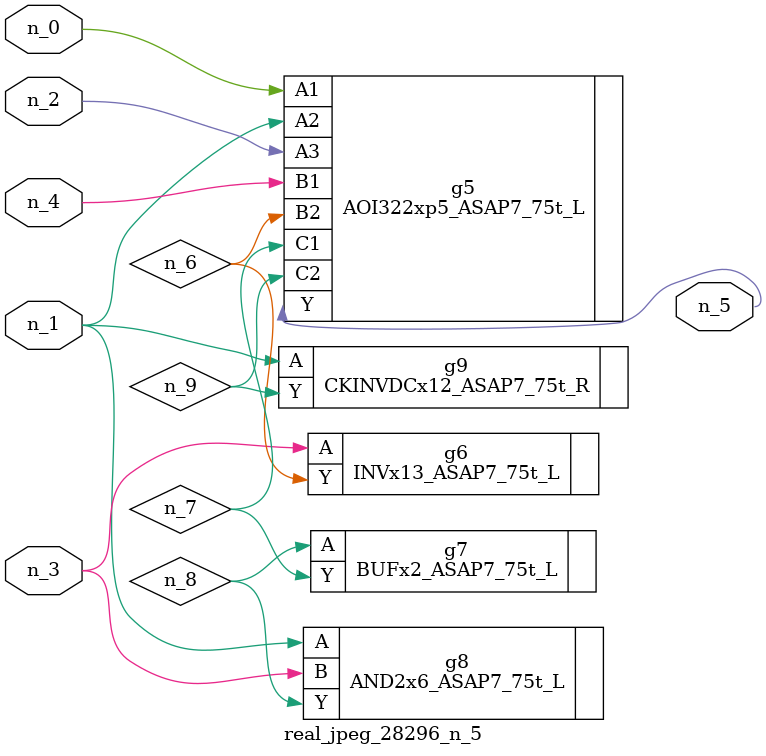
<source format=v>
module real_jpeg_28296_n_5 (n_4, n_0, n_1, n_2, n_3, n_5);

input n_4;
input n_0;
input n_1;
input n_2;
input n_3;

output n_5;

wire n_8;
wire n_6;
wire n_7;
wire n_9;

AOI322xp5_ASAP7_75t_L g5 ( 
.A1(n_0),
.A2(n_1),
.A3(n_2),
.B1(n_4),
.B2(n_6),
.C1(n_7),
.C2(n_9),
.Y(n_5)
);

AND2x6_ASAP7_75t_L g8 ( 
.A(n_1),
.B(n_3),
.Y(n_8)
);

CKINVDCx12_ASAP7_75t_R g9 ( 
.A(n_1),
.Y(n_9)
);

INVx13_ASAP7_75t_L g6 ( 
.A(n_3),
.Y(n_6)
);

BUFx2_ASAP7_75t_L g7 ( 
.A(n_8),
.Y(n_7)
);


endmodule
</source>
